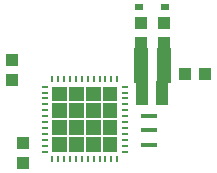
<source format=gbr>
G04 EAGLE Gerber RS-274X export*
G75*
%MOMM*%
%FSLAX34Y34*%
%LPD*%
%INSolderpaste Bottom*%
%IPPOS*%
%AMOC8*
5,1,8,0,0,1.08239X$1,22.5*%
G01*
%ADD10R,1.100000X1.000000*%
%ADD11R,1.399997X0.400000*%
%ADD12R,0.550000X0.254000*%
%ADD13R,0.254000X0.550000*%
%ADD14R,0.800000X0.500000*%
%ADD15R,1.300000X1.500000*%

G36*
X-15222Y97649D02*
X-15222Y97649D01*
X-15220Y97648D01*
X-15177Y97668D01*
X-15133Y97686D01*
X-15133Y97688D01*
X-15131Y97689D01*
X-15098Y97774D01*
X-15098Y109998D01*
X-15099Y110000D01*
X-15098Y110002D01*
X-15118Y110045D01*
X-15136Y110089D01*
X-15138Y110089D01*
X-15139Y110091D01*
X-15224Y110124D01*
X-27448Y110124D01*
X-27450Y110123D01*
X-27452Y110124D01*
X-27495Y110104D01*
X-27539Y110086D01*
X-27539Y110084D01*
X-27541Y110083D01*
X-27574Y109998D01*
X-27574Y97774D01*
X-27573Y97772D01*
X-27574Y97770D01*
X-27554Y97727D01*
X-27536Y97683D01*
X-27534Y97683D01*
X-27533Y97681D01*
X-27448Y97648D01*
X-15224Y97648D01*
X-15222Y97649D01*
G37*
G36*
X13226Y97649D02*
X13226Y97649D01*
X13228Y97648D01*
X13271Y97668D01*
X13315Y97686D01*
X13315Y97688D01*
X13317Y97689D01*
X13350Y97774D01*
X13350Y109998D01*
X13349Y110000D01*
X13350Y110002D01*
X13330Y110045D01*
X13312Y110089D01*
X13310Y110089D01*
X13309Y110091D01*
X13224Y110124D01*
X1000Y110124D01*
X998Y110123D01*
X996Y110124D01*
X953Y110104D01*
X909Y110086D01*
X909Y110084D01*
X907Y110083D01*
X874Y109998D01*
X874Y97774D01*
X875Y97772D01*
X874Y97770D01*
X894Y97727D01*
X912Y97683D01*
X914Y97683D01*
X915Y97681D01*
X1000Y97648D01*
X13224Y97648D01*
X13226Y97649D01*
G37*
G36*
X-998Y97649D02*
X-998Y97649D01*
X-996Y97648D01*
X-953Y97668D01*
X-909Y97686D01*
X-909Y97688D01*
X-907Y97689D01*
X-874Y97774D01*
X-874Y109998D01*
X-875Y110000D01*
X-874Y110002D01*
X-894Y110045D01*
X-912Y110089D01*
X-914Y110089D01*
X-915Y110091D01*
X-1000Y110124D01*
X-13224Y110124D01*
X-13226Y110123D01*
X-13228Y110124D01*
X-13271Y110104D01*
X-13315Y110086D01*
X-13315Y110084D01*
X-13317Y110083D01*
X-13350Y109998D01*
X-13350Y97774D01*
X-13349Y97772D01*
X-13350Y97770D01*
X-13330Y97727D01*
X-13312Y97683D01*
X-13310Y97683D01*
X-13309Y97681D01*
X-13224Y97648D01*
X-1000Y97648D01*
X-998Y97649D01*
G37*
G36*
X27450Y97649D02*
X27450Y97649D01*
X27452Y97648D01*
X27495Y97668D01*
X27539Y97686D01*
X27539Y97688D01*
X27541Y97689D01*
X27574Y97774D01*
X27574Y109998D01*
X27573Y110000D01*
X27574Y110002D01*
X27554Y110045D01*
X27536Y110089D01*
X27534Y110089D01*
X27533Y110091D01*
X27448Y110124D01*
X15224Y110124D01*
X15222Y110123D01*
X15220Y110124D01*
X15177Y110104D01*
X15133Y110086D01*
X15133Y110084D01*
X15131Y110083D01*
X15098Y109998D01*
X15098Y97774D01*
X15099Y97772D01*
X15098Y97770D01*
X15118Y97727D01*
X15136Y97683D01*
X15138Y97683D01*
X15139Y97681D01*
X15224Y97648D01*
X27448Y97648D01*
X27450Y97649D01*
G37*
G36*
X13226Y83425D02*
X13226Y83425D01*
X13228Y83424D01*
X13271Y83444D01*
X13315Y83462D01*
X13315Y83464D01*
X13317Y83465D01*
X13350Y83550D01*
X13350Y95774D01*
X13349Y95776D01*
X13350Y95778D01*
X13330Y95821D01*
X13312Y95865D01*
X13310Y95865D01*
X13309Y95867D01*
X13224Y95900D01*
X1000Y95900D01*
X998Y95899D01*
X996Y95900D01*
X953Y95880D01*
X909Y95862D01*
X909Y95860D01*
X907Y95859D01*
X874Y95774D01*
X874Y83550D01*
X875Y83548D01*
X874Y83546D01*
X894Y83503D01*
X912Y83459D01*
X914Y83459D01*
X915Y83457D01*
X1000Y83424D01*
X13224Y83424D01*
X13226Y83425D01*
G37*
G36*
X-15222Y83425D02*
X-15222Y83425D01*
X-15220Y83424D01*
X-15177Y83444D01*
X-15133Y83462D01*
X-15133Y83464D01*
X-15131Y83465D01*
X-15098Y83550D01*
X-15098Y95774D01*
X-15099Y95776D01*
X-15098Y95778D01*
X-15118Y95821D01*
X-15136Y95865D01*
X-15138Y95865D01*
X-15139Y95867D01*
X-15224Y95900D01*
X-27448Y95900D01*
X-27450Y95899D01*
X-27452Y95900D01*
X-27495Y95880D01*
X-27539Y95862D01*
X-27539Y95860D01*
X-27541Y95859D01*
X-27574Y95774D01*
X-27574Y83550D01*
X-27573Y83548D01*
X-27574Y83546D01*
X-27554Y83503D01*
X-27536Y83459D01*
X-27534Y83459D01*
X-27533Y83457D01*
X-27448Y83424D01*
X-15224Y83424D01*
X-15222Y83425D01*
G37*
G36*
X-998Y83425D02*
X-998Y83425D01*
X-996Y83424D01*
X-953Y83444D01*
X-909Y83462D01*
X-909Y83464D01*
X-907Y83465D01*
X-874Y83550D01*
X-874Y95774D01*
X-875Y95776D01*
X-874Y95778D01*
X-894Y95821D01*
X-912Y95865D01*
X-914Y95865D01*
X-915Y95867D01*
X-1000Y95900D01*
X-13224Y95900D01*
X-13226Y95899D01*
X-13228Y95900D01*
X-13271Y95880D01*
X-13315Y95862D01*
X-13315Y95860D01*
X-13317Y95859D01*
X-13350Y95774D01*
X-13350Y83550D01*
X-13349Y83548D01*
X-13350Y83546D01*
X-13330Y83503D01*
X-13312Y83459D01*
X-13310Y83459D01*
X-13309Y83457D01*
X-13224Y83424D01*
X-1000Y83424D01*
X-998Y83425D01*
G37*
G36*
X27450Y83425D02*
X27450Y83425D01*
X27452Y83424D01*
X27495Y83444D01*
X27539Y83462D01*
X27539Y83464D01*
X27541Y83465D01*
X27574Y83550D01*
X27574Y95774D01*
X27573Y95776D01*
X27574Y95778D01*
X27554Y95821D01*
X27536Y95865D01*
X27534Y95865D01*
X27533Y95867D01*
X27448Y95900D01*
X15224Y95900D01*
X15222Y95899D01*
X15220Y95900D01*
X15177Y95880D01*
X15133Y95862D01*
X15133Y95860D01*
X15131Y95859D01*
X15098Y95774D01*
X15098Y83550D01*
X15099Y83548D01*
X15098Y83546D01*
X15118Y83503D01*
X15136Y83459D01*
X15138Y83459D01*
X15139Y83457D01*
X15224Y83424D01*
X27448Y83424D01*
X27450Y83425D01*
G37*
G36*
X-15222Y69201D02*
X-15222Y69201D01*
X-15220Y69200D01*
X-15177Y69220D01*
X-15133Y69238D01*
X-15133Y69240D01*
X-15131Y69241D01*
X-15098Y69326D01*
X-15098Y81550D01*
X-15099Y81552D01*
X-15098Y81554D01*
X-15118Y81597D01*
X-15136Y81641D01*
X-15138Y81641D01*
X-15139Y81643D01*
X-15224Y81676D01*
X-27448Y81676D01*
X-27450Y81675D01*
X-27452Y81676D01*
X-27495Y81656D01*
X-27539Y81638D01*
X-27539Y81636D01*
X-27541Y81635D01*
X-27574Y81550D01*
X-27574Y69326D01*
X-27573Y69324D01*
X-27574Y69322D01*
X-27554Y69279D01*
X-27536Y69235D01*
X-27534Y69235D01*
X-27533Y69233D01*
X-27448Y69200D01*
X-15224Y69200D01*
X-15222Y69201D01*
G37*
G36*
X13226Y69201D02*
X13226Y69201D01*
X13228Y69200D01*
X13271Y69220D01*
X13315Y69238D01*
X13315Y69240D01*
X13317Y69241D01*
X13350Y69326D01*
X13350Y81550D01*
X13349Y81552D01*
X13350Y81554D01*
X13330Y81597D01*
X13312Y81641D01*
X13310Y81641D01*
X13309Y81643D01*
X13224Y81676D01*
X1000Y81676D01*
X998Y81675D01*
X996Y81676D01*
X953Y81656D01*
X909Y81638D01*
X909Y81636D01*
X907Y81635D01*
X874Y81550D01*
X874Y69326D01*
X875Y69324D01*
X874Y69322D01*
X894Y69279D01*
X912Y69235D01*
X914Y69235D01*
X915Y69233D01*
X1000Y69200D01*
X13224Y69200D01*
X13226Y69201D01*
G37*
G36*
X-998Y69201D02*
X-998Y69201D01*
X-996Y69200D01*
X-953Y69220D01*
X-909Y69238D01*
X-909Y69240D01*
X-907Y69241D01*
X-874Y69326D01*
X-874Y81550D01*
X-875Y81552D01*
X-874Y81554D01*
X-894Y81597D01*
X-912Y81641D01*
X-914Y81641D01*
X-915Y81643D01*
X-1000Y81676D01*
X-13224Y81676D01*
X-13226Y81675D01*
X-13228Y81676D01*
X-13271Y81656D01*
X-13315Y81638D01*
X-13315Y81636D01*
X-13317Y81635D01*
X-13350Y81550D01*
X-13350Y69326D01*
X-13349Y69324D01*
X-13350Y69322D01*
X-13330Y69279D01*
X-13312Y69235D01*
X-13310Y69235D01*
X-13309Y69233D01*
X-13224Y69200D01*
X-1000Y69200D01*
X-998Y69201D01*
G37*
G36*
X27450Y69201D02*
X27450Y69201D01*
X27452Y69200D01*
X27495Y69220D01*
X27539Y69238D01*
X27539Y69240D01*
X27541Y69241D01*
X27574Y69326D01*
X27574Y81550D01*
X27573Y81552D01*
X27574Y81554D01*
X27554Y81597D01*
X27536Y81641D01*
X27534Y81641D01*
X27533Y81643D01*
X27448Y81676D01*
X15224Y81676D01*
X15222Y81675D01*
X15220Y81676D01*
X15177Y81656D01*
X15133Y81638D01*
X15133Y81636D01*
X15131Y81635D01*
X15098Y81550D01*
X15098Y69326D01*
X15099Y69324D01*
X15098Y69322D01*
X15118Y69279D01*
X15136Y69235D01*
X15138Y69235D01*
X15139Y69233D01*
X15224Y69200D01*
X27448Y69200D01*
X27450Y69201D01*
G37*
G36*
X-998Y54977D02*
X-998Y54977D01*
X-996Y54976D01*
X-953Y54996D01*
X-909Y55014D01*
X-909Y55016D01*
X-907Y55017D01*
X-874Y55102D01*
X-874Y67326D01*
X-875Y67328D01*
X-874Y67330D01*
X-894Y67373D01*
X-912Y67417D01*
X-914Y67417D01*
X-915Y67419D01*
X-1000Y67452D01*
X-13224Y67452D01*
X-13226Y67451D01*
X-13228Y67452D01*
X-13271Y67432D01*
X-13315Y67414D01*
X-13315Y67412D01*
X-13317Y67411D01*
X-13350Y67326D01*
X-13350Y55102D01*
X-13349Y55100D01*
X-13350Y55098D01*
X-13330Y55055D01*
X-13312Y55011D01*
X-13310Y55011D01*
X-13309Y55009D01*
X-13224Y54976D01*
X-1000Y54976D01*
X-998Y54977D01*
G37*
G36*
X13226Y54977D02*
X13226Y54977D01*
X13228Y54976D01*
X13271Y54996D01*
X13315Y55014D01*
X13315Y55016D01*
X13317Y55017D01*
X13350Y55102D01*
X13350Y67326D01*
X13349Y67328D01*
X13350Y67330D01*
X13330Y67373D01*
X13312Y67417D01*
X13310Y67417D01*
X13309Y67419D01*
X13224Y67452D01*
X1000Y67452D01*
X998Y67451D01*
X996Y67452D01*
X953Y67432D01*
X909Y67414D01*
X909Y67412D01*
X907Y67411D01*
X874Y67326D01*
X874Y55102D01*
X875Y55100D01*
X874Y55098D01*
X894Y55055D01*
X912Y55011D01*
X914Y55011D01*
X915Y55009D01*
X1000Y54976D01*
X13224Y54976D01*
X13226Y54977D01*
G37*
G36*
X27450Y54977D02*
X27450Y54977D01*
X27452Y54976D01*
X27495Y54996D01*
X27539Y55014D01*
X27539Y55016D01*
X27541Y55017D01*
X27574Y55102D01*
X27574Y67326D01*
X27573Y67328D01*
X27574Y67330D01*
X27554Y67373D01*
X27536Y67417D01*
X27534Y67417D01*
X27533Y67419D01*
X27448Y67452D01*
X15224Y67452D01*
X15222Y67451D01*
X15220Y67452D01*
X15177Y67432D01*
X15133Y67414D01*
X15133Y67412D01*
X15131Y67411D01*
X15098Y67326D01*
X15098Y55102D01*
X15099Y55100D01*
X15098Y55098D01*
X15118Y55055D01*
X15136Y55011D01*
X15138Y55011D01*
X15139Y55009D01*
X15224Y54976D01*
X27448Y54976D01*
X27450Y54977D01*
G37*
G36*
X-15222Y54977D02*
X-15222Y54977D01*
X-15220Y54976D01*
X-15177Y54996D01*
X-15133Y55014D01*
X-15133Y55016D01*
X-15131Y55017D01*
X-15098Y55102D01*
X-15098Y67326D01*
X-15099Y67328D01*
X-15098Y67330D01*
X-15118Y67373D01*
X-15136Y67417D01*
X-15138Y67417D01*
X-15139Y67419D01*
X-15224Y67452D01*
X-27448Y67452D01*
X-27450Y67451D01*
X-27452Y67452D01*
X-27495Y67432D01*
X-27539Y67414D01*
X-27539Y67412D01*
X-27541Y67411D01*
X-27574Y67326D01*
X-27574Y55102D01*
X-27573Y55100D01*
X-27574Y55098D01*
X-27554Y55055D01*
X-27536Y55011D01*
X-27534Y55011D01*
X-27533Y55009D01*
X-27448Y54976D01*
X-15224Y54976D01*
X-15222Y54977D01*
G37*
D10*
X47625Y147075D03*
X47625Y164075D03*
X66675Y164075D03*
X66675Y147075D03*
D11*
X53975Y61025D03*
X53975Y73025D03*
X53975Y85025D03*
D12*
X33800Y110057D03*
X33800Y105056D03*
X33800Y100054D03*
X33800Y95053D03*
X33800Y90052D03*
X33800Y85051D03*
X33800Y80049D03*
X33800Y75048D03*
X33800Y70047D03*
X33800Y65046D03*
X33800Y60044D03*
X33800Y55043D03*
D13*
X27507Y48750D03*
X22506Y48750D03*
X17504Y48750D03*
X12503Y48750D03*
X7502Y48750D03*
X2501Y48750D03*
X-2501Y48750D03*
X-7502Y48750D03*
X-12503Y48750D03*
X-17504Y48750D03*
X-22506Y48750D03*
X-27507Y48750D03*
D12*
X-33800Y55043D03*
X-33800Y60044D03*
X-33800Y65046D03*
X-33800Y70047D03*
X-33800Y75048D03*
X-33800Y80049D03*
X-33800Y85051D03*
X-33800Y90052D03*
X-33800Y95053D03*
X-33800Y100054D03*
X-33800Y105056D03*
X-33800Y110057D03*
D13*
X-27507Y116350D03*
X-22506Y116350D03*
X-17504Y116350D03*
X-12503Y116350D03*
X-7502Y116350D03*
X-2501Y116350D03*
X2501Y116350D03*
X7502Y116350D03*
X12503Y116350D03*
X17504Y116350D03*
X22506Y116350D03*
X27507Y116350D03*
D10*
X-61913Y115325D03*
X-61913Y132325D03*
X-52388Y62475D03*
X-52388Y45475D03*
X85163Y120650D03*
X102163Y120650D03*
X48650Y100013D03*
X65650Y100013D03*
X48650Y109538D03*
X65650Y109538D03*
D14*
X68150Y177800D03*
X46150Y177800D03*
D15*
X47650Y120650D03*
X66650Y120650D03*
X47650Y134938D03*
X66650Y134938D03*
M02*

</source>
